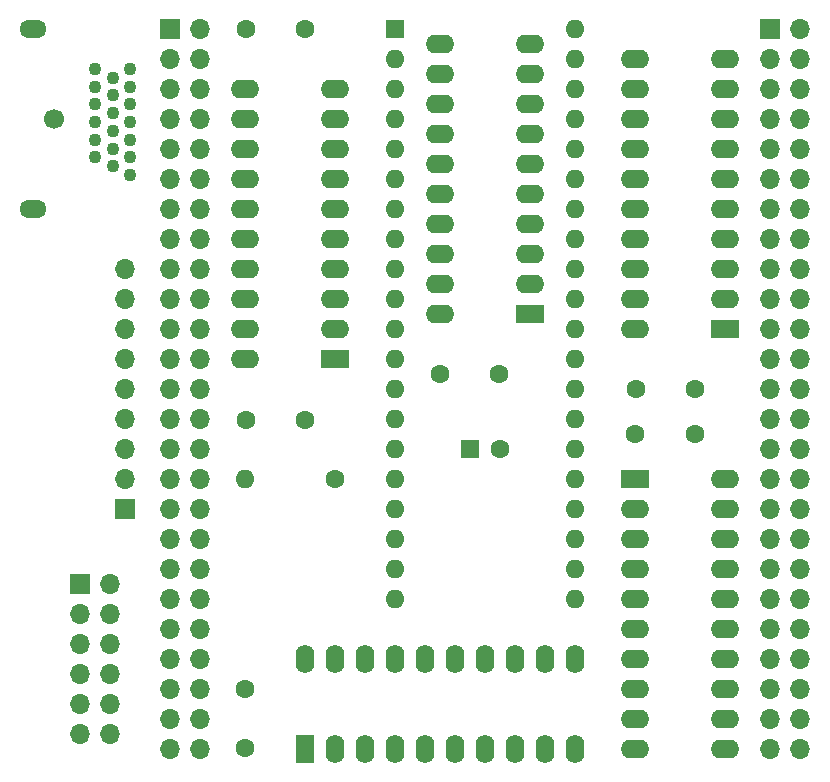
<source format=gts>
G04 #@! TF.GenerationSoftware,KiCad,Pcbnew,(6.0.9)*
G04 #@! TF.CreationDate,2024-06-02T20:06:45+02:00*
G04 #@! TF.ProjectId,Sombrero_MSX_Goa'uld_X,536f6d62-7265-4726-9f5f-4d53585f476f,rev?*
G04 #@! TF.SameCoordinates,Original*
G04 #@! TF.FileFunction,Soldermask,Top*
G04 #@! TF.FilePolarity,Negative*
%FSLAX46Y46*%
G04 Gerber Fmt 4.6, Leading zero omitted, Abs format (unit mm)*
G04 Created by KiCad (PCBNEW (6.0.9)) date 2024-06-02 20:06:45*
%MOMM*%
%LPD*%
G01*
G04 APERTURE LIST*
%ADD10R,1.600000X1.600000*%
%ADD11C,1.600000*%
%ADD12R,2.400000X1.600000*%
%ADD13O,2.400000X1.600000*%
%ADD14R,1.700000X1.700000*%
%ADD15O,1.700000X1.700000*%
%ADD16C,1.700000*%
%ADD17C,1.100000*%
%ADD18O,2.300000X1.500000*%
%ADD19O,1.600000X1.600000*%
%ADD20R,1.600000X2.400000*%
%ADD21O,1.600000X2.400000*%
G04 APERTURE END LIST*
D10*
X146050000Y-114300000D03*
D11*
X148550000Y-114300000D03*
D12*
X151130000Y-102870000D03*
D13*
X151130000Y-100330000D03*
X151130000Y-97790000D03*
X151130000Y-95250000D03*
X151130000Y-92710000D03*
X151130000Y-90170000D03*
X151130000Y-87630000D03*
X151130000Y-85090000D03*
X151130000Y-82550000D03*
X151130000Y-80010000D03*
X143510000Y-80010000D03*
X143510000Y-82550000D03*
X143510000Y-85090000D03*
X143510000Y-87630000D03*
X143510000Y-90170000D03*
X143510000Y-92710000D03*
X143510000Y-95250000D03*
X143510000Y-97790000D03*
X143510000Y-100330000D03*
X143510000Y-102870000D03*
D14*
X120650000Y-78740000D03*
D15*
X123190000Y-78740000D03*
X120650000Y-81280000D03*
X123190000Y-81280000D03*
X120650000Y-83820000D03*
X123190000Y-83820000D03*
X120650000Y-86360000D03*
X123190000Y-86360000D03*
X120650000Y-88900000D03*
X123190000Y-88900000D03*
X120650000Y-91440000D03*
X123190000Y-91440000D03*
X120650000Y-93980000D03*
X123190000Y-93980000D03*
X120650000Y-96520000D03*
X123190000Y-96520000D03*
X120650000Y-99060000D03*
X123190000Y-99060000D03*
X120650000Y-101600000D03*
X123190000Y-101600000D03*
X120650000Y-104140000D03*
X123190000Y-104140000D03*
X120650000Y-106680000D03*
X123190000Y-106680000D03*
X120650000Y-109220000D03*
X123190000Y-109220000D03*
X120650000Y-111760000D03*
X123190000Y-111760000D03*
X120650000Y-114300000D03*
X123190000Y-114300000D03*
X120650000Y-116840000D03*
X123190000Y-116840000D03*
X120650000Y-119380000D03*
X123190000Y-119380000D03*
X120650000Y-121920000D03*
X123190000Y-121920000D03*
X120650000Y-124460000D03*
X123190000Y-124460000D03*
X120650000Y-127000000D03*
X123190000Y-127000000D03*
X120650000Y-129540000D03*
X123190000Y-129540000D03*
X120650000Y-132080000D03*
X123190000Y-132080000D03*
X120650000Y-134620000D03*
X123190000Y-134620000D03*
X120650000Y-137160000D03*
X123190000Y-137160000D03*
X120650000Y-139700000D03*
X123190000Y-139700000D03*
D14*
X171450000Y-78710000D03*
D15*
X173990000Y-78710000D03*
X171450000Y-81250000D03*
X173990000Y-81250000D03*
X171450000Y-83790000D03*
X173990000Y-83790000D03*
X171450000Y-86330000D03*
X173990000Y-86330000D03*
X171450000Y-88870000D03*
X173990000Y-88870000D03*
X171450000Y-91410000D03*
X173990000Y-91410000D03*
X171450000Y-93950000D03*
X173990000Y-93950000D03*
X171450000Y-96490000D03*
X173990000Y-96490000D03*
X171450000Y-99030000D03*
X173990000Y-99030000D03*
X171450000Y-101570000D03*
X173990000Y-101570000D03*
X171450000Y-104110000D03*
X173990000Y-104110000D03*
X171450000Y-106650000D03*
X173990000Y-106650000D03*
X171450000Y-109190000D03*
X173990000Y-109190000D03*
X171450000Y-111730000D03*
X173990000Y-111730000D03*
X171450000Y-114270000D03*
X173990000Y-114270000D03*
X171450000Y-116810000D03*
X173990000Y-116810000D03*
X171450000Y-119350000D03*
X173990000Y-119350000D03*
X171450000Y-121890000D03*
X173990000Y-121890000D03*
X171450000Y-124430000D03*
X173990000Y-124430000D03*
X171450000Y-126970000D03*
X173990000Y-126970000D03*
X171450000Y-129510000D03*
X173990000Y-129510000D03*
X171450000Y-132050000D03*
X173990000Y-132050000D03*
X171450000Y-134590000D03*
X173990000Y-134590000D03*
X171450000Y-137130000D03*
X173990000Y-137130000D03*
X171450000Y-139670000D03*
X173990000Y-139670000D03*
D12*
X167640000Y-104140000D03*
D13*
X167640000Y-101600000D03*
X167640000Y-99060000D03*
X167640000Y-96520000D03*
X167640000Y-93980000D03*
X167640000Y-91440000D03*
X167640000Y-88900000D03*
X167640000Y-86360000D03*
X167640000Y-83820000D03*
X167640000Y-81280000D03*
X160020000Y-81280000D03*
X160020000Y-83820000D03*
X160020000Y-86360000D03*
X160020000Y-88900000D03*
X160020000Y-91440000D03*
X160020000Y-93980000D03*
X160020000Y-96520000D03*
X160020000Y-99060000D03*
X160020000Y-101600000D03*
X160020000Y-104140000D03*
D12*
X134620000Y-106680000D03*
D13*
X134620000Y-104140000D03*
X134620000Y-101600000D03*
X134620000Y-99060000D03*
X134620000Y-96520000D03*
X134620000Y-93980000D03*
X134620000Y-91440000D03*
X134620000Y-88900000D03*
X134620000Y-86360000D03*
X134620000Y-83820000D03*
X127000000Y-83820000D03*
X127000000Y-86360000D03*
X127000000Y-88900000D03*
X127000000Y-91440000D03*
X127000000Y-93980000D03*
X127000000Y-96520000D03*
X127000000Y-99060000D03*
X127000000Y-101600000D03*
X127000000Y-104140000D03*
X127000000Y-106680000D03*
D11*
X165060000Y-113030000D03*
X160060000Y-113030000D03*
D12*
X160005000Y-116840000D03*
D13*
X160005000Y-119380000D03*
X160005000Y-121920000D03*
X160005000Y-124460000D03*
X160005000Y-127000000D03*
X160005000Y-129540000D03*
X160005000Y-132080000D03*
X160005000Y-134620000D03*
X160005000Y-137160000D03*
X160005000Y-139700000D03*
X167625000Y-139700000D03*
X167625000Y-137160000D03*
X167625000Y-134620000D03*
X167625000Y-132080000D03*
X167625000Y-129540000D03*
X167625000Y-127000000D03*
X167625000Y-124460000D03*
X167625000Y-121920000D03*
X167625000Y-119380000D03*
X167625000Y-116840000D03*
D11*
X132080000Y-78740000D03*
X127080000Y-78740000D03*
D16*
X110800000Y-86340000D03*
D17*
X117300000Y-91090000D03*
X115800000Y-90340000D03*
X117300000Y-89590000D03*
X114300000Y-89590000D03*
X115800000Y-88840000D03*
X114300000Y-88090000D03*
X117300000Y-88090000D03*
X115800000Y-87340000D03*
X117300000Y-86590000D03*
X114300000Y-86590000D03*
X115800000Y-85840000D03*
X114300000Y-85090000D03*
X117300000Y-85090000D03*
X115800000Y-84340000D03*
X117300000Y-83590000D03*
X114300000Y-83590000D03*
X115800000Y-82840000D03*
X114300000Y-82090000D03*
X117300000Y-82090000D03*
D18*
X109080000Y-93940000D03*
X109080000Y-78740000D03*
D11*
X160075000Y-109215000D03*
X165075000Y-109215000D03*
X127080000Y-111785000D03*
X132080000Y-111785000D03*
D10*
X139710000Y-78740000D03*
D19*
X139710000Y-81280000D03*
X139710000Y-83820000D03*
X139710000Y-86360000D03*
X139710000Y-88900000D03*
X139710000Y-91440000D03*
X139710000Y-93980000D03*
X139710000Y-96520000D03*
X139710000Y-99060000D03*
X139710000Y-101600000D03*
X139710000Y-104140000D03*
X139710000Y-106680000D03*
X139710000Y-109220000D03*
X139710000Y-111760000D03*
X139710000Y-114300000D03*
X139710000Y-116840000D03*
X139710000Y-119380000D03*
X139710000Y-121920000D03*
X139710000Y-124460000D03*
X139710000Y-127000000D03*
X154950000Y-127000000D03*
X154950000Y-124460000D03*
X154950000Y-121920000D03*
X154950000Y-119380000D03*
X154950000Y-116840000D03*
X154950000Y-114300000D03*
X154950000Y-111760000D03*
X154950000Y-109220000D03*
X154950000Y-106680000D03*
X154950000Y-104140000D03*
X154950000Y-101600000D03*
X154950000Y-99060000D03*
X154950000Y-96520000D03*
X154950000Y-93980000D03*
X154950000Y-91440000D03*
X154950000Y-88900000D03*
X154950000Y-86360000D03*
X154950000Y-83820000D03*
X154950000Y-81280000D03*
X154950000Y-78740000D03*
D11*
X143495000Y-107950000D03*
X148495000Y-107950000D03*
X127000000Y-134620000D03*
X127000000Y-139620000D03*
D14*
X113030000Y-125730000D03*
D15*
X115570000Y-125730000D03*
X113030000Y-128270000D03*
X115570000Y-128270000D03*
X113030000Y-130810000D03*
X115570000Y-130810000D03*
X113030000Y-133350000D03*
X115570000Y-133350000D03*
X113030000Y-135890000D03*
X115570000Y-135890000D03*
X113030000Y-138430000D03*
X115570000Y-138430000D03*
D20*
X132070000Y-139695000D03*
D21*
X134610000Y-139695000D03*
X137150000Y-139695000D03*
X139690000Y-139695000D03*
X142230000Y-139695000D03*
X144770000Y-139695000D03*
X147310000Y-139695000D03*
X149850000Y-139695000D03*
X152390000Y-139695000D03*
X154930000Y-139695000D03*
X154930000Y-132075000D03*
X152390000Y-132075000D03*
X149850000Y-132075000D03*
X147310000Y-132075000D03*
X144770000Y-132075000D03*
X142230000Y-132075000D03*
X139690000Y-132075000D03*
X137150000Y-132075000D03*
X134610000Y-132075000D03*
X132070000Y-132075000D03*
D11*
X134620000Y-116840000D03*
D19*
X127000000Y-116840000D03*
D14*
X116840000Y-119380000D03*
D15*
X116840000Y-116840000D03*
X116840000Y-114300000D03*
X116840000Y-111760000D03*
X116840000Y-109220000D03*
X116840000Y-106680000D03*
X116840000Y-104140000D03*
X116840000Y-101600000D03*
X116840000Y-99060000D03*
M02*

</source>
